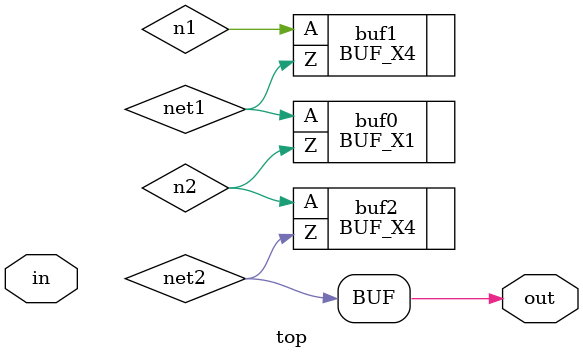
<source format=v>
module top (in,
    out);
 input in;
 output out;

 wire n1;
 wire n2;
 wire net1;
 wire net2;

 BUF_X1 buf0 (.A(net1),
    .Z(n2));
 BUF_X4 buf1 (.A(n1),
    .Z(net1));
 BUF_X4 buf2 (.A(n2),
    .Z(net2));
 assign out = net2;
endmodule

</source>
